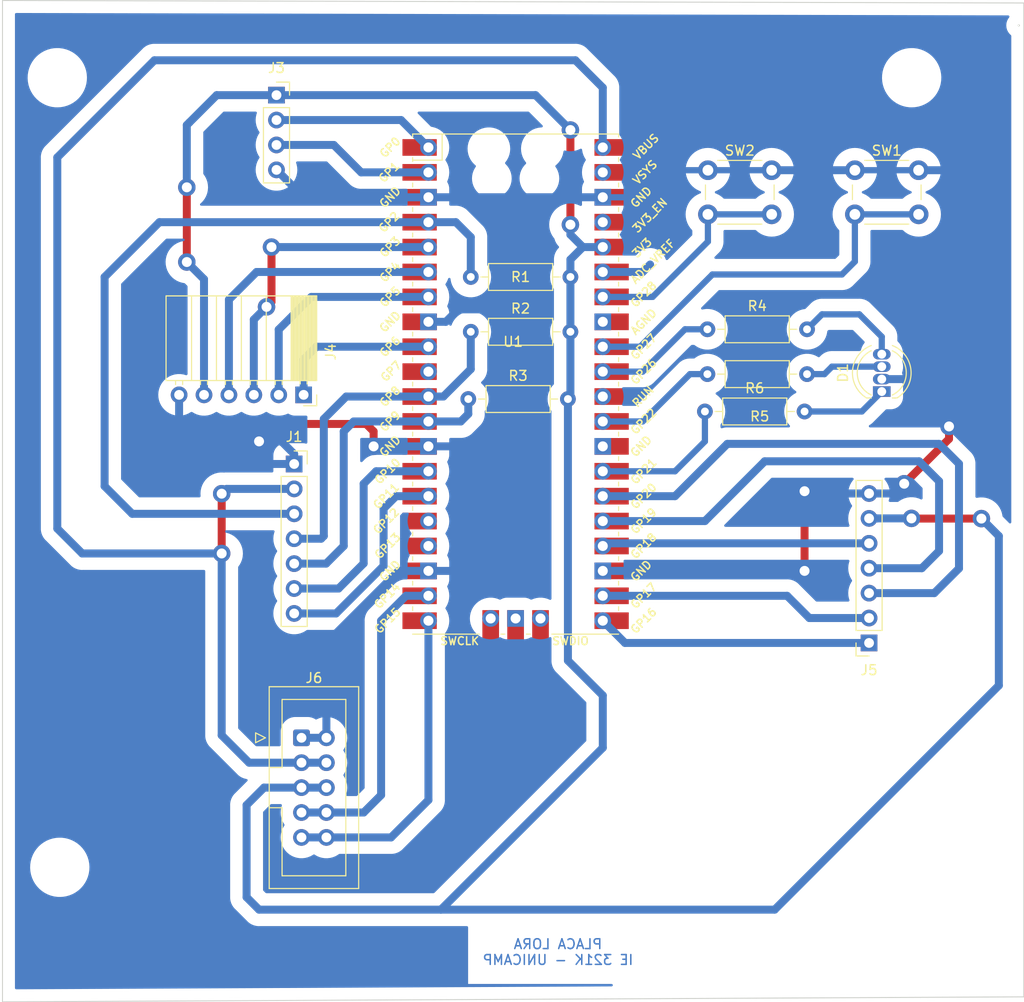
<source format=kicad_pcb>
(kicad_pcb (version 20211014) (generator pcbnew)
  (layers (0 "F.Cu" signal) (31 "B.Cu" signal) (34 "B.Paste" user) (35 "F.Paste" user) (36 "B.SilkS" user "B.Silkscreen") (37 "F.SilkS" user "F.Silkscreen") (38 "B.Mask" user) (39 "F.Mask" user) (44 "Edge.Cuts" user))
  (net 0 "")
  (net 1 "GND")
  (net 2 "VBUS")
  (net 3 "GP2")
  (net 4 "GP7")
  (net 5 "GP8")
  (net 6 "GP11")
  (net 7 "GP10")
  (net 8 "GP14")
  (net 9 "GP15")
  (net 10 "3.3V")
  (net 11 "GP0")
  (net 12 "GP1")
  (net 13 "GP4")
  (net 14 "GP3")
  (net 15 "GP5")
  (net 16 "GP6")
  (net 17 "GP18")
  (net 18 "GP19")
  (net 19 "GP20")
  (net 20 "GP17")
  (net 21 "GP16")
  (net 22 "GP26")
  (net 23 "GP22")
  (net 24 "GP21")
  (net 25 "GP9")
  (net 26 "GP13")
  (net 30 "unconnected-(U1-Pad35)")
  (net 36 "Net-(D1-Pad1)")
  (net 37 "Net-(D1-Pad4)")
  (net 38 "Net-(D1-Pad3)")
  (net 39 "GP27")
  (net 40 "GP28")
  (net 41 "GP12")
  (footprint "Resistor_THT:R_Axial_DIN0207_L6.3mm_D2.5mm_P10.16mm_Horizontal" (layer "F.Cu") (at 158.496 73.406)
    (fp_text reference "R6" (at 5.08 -2.37) (layer "F.SilkS"))
    (fp_text value "220R")
    (pad "1" thru_hole circle (at 0 0) (size 1.6 1.6) (drill 0.8) (layers *.Cu *.Mask) (net 24 "GP21"))
    (pad "2" thru_hole oval (at 10.16 0) (size 1.6 1.6) (drill 0.8) (layers *.Cu *.Mask) (net 36 "Net-(D1-Pad1)"))
  )
  (footprint "Connector_PinSocket_2.54mm:PinSocket_1x04_P2.54mm_Vertical" (layer "F.Cu") (at 114.808 41.148)
    (fp_text reference "J3" (at 0 -2.77) (layer "F.SilkS"))
    (fp_text value "Conn_01x04_Female")
    (pad "1" thru_hole rect (at 0 0) (size 1.7 1.7) (drill 1) (layers *.Cu *.Mask) (net 10 "3.3V"))
    (pad "2" thru_hole oval (at 0 2.54) (size 1.7 1.7) (drill 1) (layers *.Cu *.Mask) (net 11 "GP0"))
    (pad "3" thru_hole oval (at 0 5.08) (size 1.7 1.7) (drill 1) (layers *.Cu *.Mask) (net 12 "GP1"))
    (pad "4" thru_hole oval (at 0 7.62) (size 1.7 1.7) (drill 1) (layers *.Cu *.Mask) (net 1 "GND"))
  )
  (footprint "Resistor_THT:R_Axial_DIN0207_L6.3mm_D2.5mm_P10.16mm_Horizontal" (layer "F.Cu") (at 158.75 69.596)
    (fp_text reference "R5" (at 5.334 4.318) (layer "F.SilkS"))
    (fp_text value "220R")
    (pad "1" thru_hole circle (at 0 0) (size 1.6 1.6) (drill 0.8) (layers *.Cu *.Mask) (net 23 "GP22"))
    (pad "2" thru_hole oval (at 10.16 0) (size 1.6 1.6) (drill 0.8) (layers *.Cu *.Mask) (net 38 "Net-(D1-Pad3)"))
  )
  (footprint "Connector_PinSocket_2.54mm:PinSocket_1x06_P2.54mm_Horizontal" (layer "F.Cu") (at 117.577006 71.709991 -90)
    (fp_text reference "J4" (at -4.38 -2.77 90) (layer "F.SilkS"))
    (fp_text value "Conn_01x06_Female")
    (pad "1" thru_hole rect (at 0 0 270) (size 1.7 1.7) (drill 1) (layers *.Cu *.Mask) (net 16 "GP6"))
    (pad "2" thru_hole oval (at 0 2.54 270) (size 1.7 1.7) (drill 1) (layers *.Cu *.Mask) (net 15 "GP5"))
    (pad "3" thru_hole oval (at 0 5.08 270) (size 1.7 1.7) (drill 1) (layers *.Cu *.Mask) (net 14 "GP3"))
    (pad "4" thru_hole oval (at 0 7.62 270) (size 1.7 1.7) (drill 1) (layers *.Cu *.Mask) (net 13 "GP4"))
    (pad "5" thru_hole oval (at 0 10.16 270) (size 1.7 1.7) (drill 1) (layers *.Cu *.Mask) (net 10 "3.3V"))
    (pad "6" thru_hole oval (at 0 12.7 270) (size 1.7 1.7) (drill 1) (layers *.Cu *.Mask) (net 1 "GND"))
  )
  (footprint "MountingHole:MountingHole_3.5mm" (layer "F.Cu") (at 92.71 119.888)
    (fp_text reference "REF**" hide)
    (fp_text value "MountingHole_3.5mm" hide)
    (pad "" np_thru_hole circle (at 0 0) (size 3.5 3.5) (drill 3.5) (layers *.Cu *.Mask))
  )
  (footprint "Connector_IDC:IDC-Header_2x05_P2.54mm_Vertical" (layer "F.Cu") (at 117.3575 106.68)
    (fp_text reference "J6" (at 1.27 -6.1) (layer "F.SilkS"))
    (fp_text value "Conn_02x05_Counter_Clockwise")
    (pad "1" thru_hole roundrect (at 0 0) (size 1.7 1.7) (drill 1) (layers *.Cu *.Mask) (roundrect_rratio 0.1470588235) (net 1 "GND"))
    (pad "2" thru_hole circle (at 2.54 0) (size 1.7 1.7) (drill 1) (layers *.Cu *.Mask) (net 1 "GND"))
    (pad "3" thru_hole circle (at 0 2.54) (size 1.7 1.7) (drill 1) (layers *.Cu *.Mask) (net 2 "VBUS"))
    (pad "4" thru_hole circle (at 2.54 2.54) (size 1.7 1.7) (drill 1) (layers *.Cu *.Mask) (net 2 "VBUS"))
    (pad "5" thru_hole circle (at 0 5.08) (size 1.7 1.7) (drill 1) (layers *.Cu *.Mask) (net 10 "3.3V"))
    (pad "6" thru_hole circle (at 2.54 5.08) (size 1.7 1.7) (drill 1) (layers *.Cu *.Mask) (net 10 "3.3V"))
    (pad "7" thru_hole circle (at 0 7.62) (size 1.7 1.7) (drill 1) (layers *.Cu *.Mask) (net 8 "GP14"))
    (pad "8" thru_hole circle (at 2.54 7.62) (size 1.7 1.7) (drill 1) (layers *.Cu *.Mask) (net 8 "GP14"))
    (pad "9" thru_hole circle (at 0 10.16) (size 1.7 1.7) (drill 1) (layers *.Cu *.Mask) (net 9 "GP15"))
    (pad "10" thru_hole circle (at 2.54 10.16) (size 1.7 1.7) (drill 1) (layers *.Cu *.Mask) (net 9 "GP15"))
  )
  (footprint "Resistor_THT:R_Axial_DIN0207_L6.3mm_D2.5mm_P10.16mm_Horizontal" (layer "F.Cu") (at 158.75 65.024)
    (fp_text reference "R4" (at 5.08 -2.37) (layer "F.SilkS"))
    (fp_text value "220R")
    (pad "1" thru_hole circle (at 0 0) (size 1.6 1.6) (drill 0.8) (layers *.Cu *.Mask) (net 22 "GP26"))
    (pad "2" thru_hole oval (at 10.16 0) (size 1.6 1.6) (drill 0.8) (layers *.Cu *.Mask) (net 37 "Net-(D1-Pad4)"))
  )
  (footprint "Connector_PinSocket_2.54mm:PinSocket_1x07_P2.54mm_Vertical" (layer "F.Cu") (at 116.610994 78.75999)
    (fp_text reference "J1" (at 0 -2.77) (layer "F.SilkS"))
    (fp_text value "Conn_01x07_Female")
    (pad "1" thru_hole rect (at 0 0) (size 1.7 1.7) (drill 1) (layers *.Cu *.Mask) (net 1 "GND"))
    (pad "2" thru_hole oval (at 0 2.54) (size 1.7 1.7) (drill 1) (layers *.Cu *.Mask) (net 2 "VBUS"))
    (pad "3" thru_hole oval (at 0 5.08) (size 1.7 1.7) (drill 1) (layers *.Cu *.Mask) (net 3 "GP2"))
    (pad "4" thru_hole oval (at 0 7.62) (size 1.7 1.7) (drill 1) (layers *.Cu *.Mask) (net 5 "GP8"))
    (pad "5" thru_hole oval (at 0 10.16) (size 1.7 1.7) (drill 1) (layers *.Cu *.Mask) (net 25 "GP9"))
    (pad "6" thru_hole oval (at 0 12.7) (size 1.7 1.7) (drill 1) (layers *.Cu *.Mask) (net 7 "GP10"))
    (pad "7" thru_hole oval (at 0 15.24) (size 1.7 1.7) (drill 1) (layers *.Cu *.Mask) (net 6 "GP11"))
  )
  (footprint "MountingHole:MountingHole_3.5mm" (layer "F.Cu") (at 92.456 39.37)
    (fp_text reference "REF**" hide)
    (fp_text value "MountingHole_3.5mm" hide)
    (pad "" np_thru_hole circle (at 0 0) (size 3.5 3.5) (drill 3.5) (layers *.Cu *.Mask))
  )
  (footprint "Button_Switch_THT:SW_PUSH_6mm" (layer "F.Cu") (at 158.802 48.804)
    (fp_text reference "SW2" (at 3.25 -2) (layer "F.SilkS"))
    (fp_text value "SW_Push")
    (pad "1" thru_hole circle (at 6.5 0 90) (size 2 2) (drill 1.1) (layers *.Cu *.Mask) (net 1 "GND"))
    (pad "1" thru_hole circle (at 0 0 90) (size 2 2) (drill 1.1) (layers *.Cu *.Mask) (net 1 "GND"))
    (pad "2" thru_hole circle (at 0 4.5 90) (size 2 2) (drill 1.1) (layers *.Cu *.Mask) (net 40 "GP28"))
    (pad "2" thru_hole circle (at 6.5 4.5 90) (size 2 2) (drill 1.1) (layers *.Cu *.Mask) (net 40 "GP28"))
  )
  (footprint "LED_THT:LED_D5.0mm-4_RGB" (layer "F.Cu") (at 176.53 71.374 90)
    (fp_text reference "D1" (at 1.905 -3.96 90) (layer "F.SilkS"))
    (fp_text value "LED_RKBG")
    (pad "1" thru_hole rect (at 0 0 90) (size 1.07 1.8) (drill 0.9) (layers *.Cu *.Mask) (net 36 "Net-(D1-Pad1)"))
    (pad "2" thru_hole oval (at 1.27 0 90) (size 1.07 1.8) (drill 0.9) (layers *.Cu *.Mask) (net 1 "GND"))
    (pad "3" thru_hole oval (at 2.54 0 90) (size 1.07 1.8) (drill 0.9) (layers *.Cu *.Mask) (net 38 "Net-(D1-Pad3)"))
    (pad "4" thru_hole oval (at 3.81 0 90) (size 1.07 1.8) (drill 0.9) (layers *.Cu *.Mask) (net 37 "Net-(D1-Pad4)"))
  )
  (footprint "Resistor_THT:R_Axial_DIN0207_L6.3mm_D2.5mm_P10.16mm_Horizontal" (layer "F.Cu") (at 134.62 59.69)
    (fp_text reference "R1" (at 5.08 0) (layer "F.SilkS"))
    (fp_text value "10K" hide)
    (pad "1" thru_hole circle (at 0 0) (size 1.6 1.6) (drill 0.8) (layers *.Cu *.Mask) (net 3 "GP2"))
    (pad "2" thru_hole oval (at 10.16 0) (size 1.6 1.6) (drill 0.8) (layers *.Cu *.Mask) (net 10 "3.3V"))
  )
  (footprint "Resistor_THT:R_Axial_DIN0207_L6.3mm_D2.5mm_P10.16mm_Horizontal" (layer "F.Cu") (at 134.62 65.278)
    (fp_text reference "R2" (at 5.08 -2.37) (layer "F.SilkS"))
    (fp_text value "10K" hide)
    (pad "1" thru_hole circle (at 0 0) (size 1.6 1.6) (drill 0.8) (layers *.Cu *.Mask) (net 5 "GP8"))
    (pad "2" thru_hole oval (at 10.16 0) (size 1.6 1.6) (drill 0.8) (layers *.Cu *.Mask) (net 10 "3.3V"))
  )
  (footprint "MCU_RaspberryPi_and_Boards:RPi_Pico_SMD_TH" (layer "F.Cu") (at 139.192 70.612)
    (fp_text reference "U1" (at -0.254 -4.318) (layer "F.SilkS"))
    (fp_text value "Pico")
    (fp_text user "GND" (at -12.8 19.05 45) (layer "F.SilkS") (effects (font (size 0.8 0.8))))
    (fp_text user "GND" (at -12.8 6.35 45) (layer "F.SilkS") (effects (font (size 0.8 0.8))))
    (fp_text user "GP13" (at -13.054 16.51 45) (layer "F.SilkS") (effects (font (size 0.8 0.8))))
    (fp_text user "GP4" (at -12.8 -11.43 45) (layer "F.SilkS") (effects (font (size 0.8 0.8))))
    (fp_text user "GND" (at 12.8 19.05 45) (layer "F.SilkS") (effects (font (size 0.8 0.8))))
    (fp_text user "GND" (at -12.8 -6.35 45) (layer "F.SilkS") (effects (font (size 0.8 0.8))))
    (fp_text user "GP22" (at 13.054 3.81 45) (layer "F.SilkS") (effects (font (size 0.8 0.8))))
    (fp_text user "ADC_VREF" (at 14 -12.5 45) (layer "F.SilkS") (effects (font (size 0.8 0.8))))
    (fp_text user "GP19" (at 13.054 13.97 45) (layer "F.SilkS") (effects (font (size 0.8 0.8))))
    (fp_text user "GND" (at 12.8 -19.05 45) (layer "F.SilkS") (effects (font (size 0.8 0.8))))
    (fp_text user "GP26" (at 13.054 -1.27 45) (layer "F.SilkS") (effects (font (size 0.8 0.8))))
    (fp_text user "GP14" (at -13.1 21.59 45) (layer "F.SilkS") (effects (font (size 0.8 0.8))))
    (fp_text user "RUN" (at 13 1.27 45) (layer "F.SilkS") (effects (font (size 0.8 0.8))))
    (fp_text user "GP28" (at 13.054 -9.144 45) (layer "F.SilkS") (effects (font (size 0.8 0.8))))
    (fp_text user "GND" (at 12.8 6.35 45) (layer "F.SilkS") (effects (font (size 0.8 0.8))))
    (fp_text user "GP16" (at 13.054 24.13 45) (layer "F.SilkS") (effects (font (size 0.8 0.8))))
    (fp_text user "GP27" (at 13.054 -3.8 45) (layer "F.SilkS") (effects (font (size 0.8 0.8))))
    (fp_text user "GP0" (at -12.8 -24.13 45) (layer "F.SilkS") (effects (font (size 0.8 0.8))))
    (fp_text user "GND" (at -12.8 -19.05 45) (layer "F.SilkS") (effects (font (size 0.8 0.8))))
    (fp_text user "GP15" (at -13.054 24.13 45) (layer "F.SilkS") (effects (font (size 0.8 0.8))))
    (fp_text user "GP18" (at 13.054 16.51 45) (layer "F.SilkS") (effects (font (size 0.8 0.8))))
    (fp_text user "GP17" (at 13.054 21.59 45) (layer "F.SilkS") (effects (font (size 0.8 0.8))))
    (fp_text user "GP2" (at -12.9 -16.51 45) (layer "F.SilkS") (effects (font (size 0.8 0.8))))
    (fp_text user "GP7" (at -12.7 -1.3 45) (layer "F.SilkS") (effects (font (size 0.8 0.8))))
    (fp_text user "GP3" (at -12.8 -13.97 45) (layer "F.SilkS") (effects (font (size 0.8 0.8))))
    (fp_text user "GP9" (at -12.8 3.81 45) (layer "F.SilkS") (effects (font (size 0.8 0.8))))
    (fp_text user "VSYS" (at 13.2 -21.59 45) (layer "F.SilkS") (effects (font (size 0.8 0.8))))
    (fp_text user "3V3" (at 12.9 -13.9 45) (layer "F.SilkS") (effects (font (size 0.8 0.8))))
    (fp_text user "VBUS" (at 13.3 -24.2 45) (layer "F.SilkS") (effects (font (size 0.8 0.8))))
    (fp_text user "GP20" (at 13.054 11.43 45) (layer "F.SilkS") (effects (font (size 0.8 0.8))))
    (fp_text user "SWDIO" (at 5.6 26.2) (layer "F.SilkS") (effects (font (size 0.8 0.8))))
    (fp_text user "GP11" (at -13.2 11.43 45) (layer "F.SilkS") (effects (font (size 0.8 0.8))))
    (fp_text user "GP8" (at -12.8 1.27 45) (layer "F.SilkS") (effects (font (size 0.8 0.8))))
    (fp_text user "SWCLK" (at -5.7 26.2) (layer "F.SilkS") (effects (font (size 0.8 0.8))))
    (fp_text user "GP21" (at 13.054 8.9 45) (layer "F.SilkS") (effects (font (size 0.8 0.8))))
    (fp_text user "GP12" (at -13.2 13.97 45) (layer "F.SilkS") (effects (font (size 0.8 0.8))))
    (fp_text user "GP5" (at -12.8 -8.89 45) (layer "F.SilkS") (effects (font (size 0.8 0.8))))
    (fp_text user "GP6" (at -12.8 -3.81 45) (layer "F.SilkS") (effects (font (size 0.8 0.8))))
    (fp_text user "GP1" (at -12.9 -21.6 45) (layer "F.SilkS") (effects (font (size 0.8 0.8))))
    (fp_text user "3V3_EN" (at 13.7 -17.2 45) (layer "F.SilkS") (effects (font (size 0.8 0.8))))
    (fp_text user "AGND" (at 13.054 -6.35 45) (layer "F.SilkS") (effects (font (size 0.8 0.8))))
    (fp_text user "GP10" (at -13.054 8.89 45) (layer "F.SilkS") (effects (font (size 0.8 0.8))))
    (pad "" np_thru_hole oval (at 2.725 -24) (size 1.8 1.8) (drill 1.8) (layers *.Cu *.Mask))
    (pad "" np_thru_hole oval (at -2.725 -24) (size 1.8 1.8) (drill 1.8) (layers *.Cu *.Mask))
    (pad "" np_thru_hole oval (at -2.425 -20.97) (size 1.5 1.5) (drill 1.5) (layers *.Cu *.Mask))
    (pad "" np_thru_hole oval (at 2.425 -20.97) (size 1.5 1.5) (drill 1.5) (layers *.Cu *.Mask))
    (pad "1" thru_hole oval (at -8.89 -24.13) (size 1.7 1.7) (drill 1.02) (layers *.Cu *.Mask) (net 11 "GP0"))
    (pad "1" smd rect (at -8.89 -24.13) (size 3.5 1.7) (drill (offset -0.9 0)) (layers "F.Cu" "F.Mask") (net 11 "GP0"))
    (pad "2" smd rect (at -8.89 -21.59) (size 3.5 1.7) (drill (offset -0.9 0)) (layers "F.Cu" "F.Mask") (net 12 "GP1"))
    (pad "2" thru_hole oval (at -8.89 -21.59) (size 1.7 1.7) (drill 1.02) (layers *.Cu *.Mask) (net 12 "GP1"))
    (pad "3" thru_hole rect (at -8.89 -19.05) (size 1.7 1.7) (drill 1.02) (layers *.Cu *.Mask) (net 1 "GND"))
    (pad "3" smd rect (at -8.89 -19.05) (size 3.5 1.7) (drill (offset -0.9 0)) (layers "F.Cu" "F.Mask") (net 1 "GND"))
    (pad "4" smd rect (at -8.89 -16.51) (size 3.5 1.7) (drill (offset -0.9 0)) (layers "F.Cu" "F.Mask") (net 3 "GP2"))
    (pad "4" thru_hole oval (at -8.89 -16.51) (size 1.7 1.7) (drill 1.02) (layers *.Cu *.Mask) (net 3 "GP2"))
    (pad "5" smd rect (at -8.89 -13.97) (size 3.5 1.7) (drill (offset -0.9 0)) (layers "F.Cu" "F.Mask") (net 14 "GP3"))
    (pad "5" thru_hole oval (at -8.89 -13.97) (size 1.7 1.7) (drill 1.02) (layers *.Cu *.Mask) (net 14 "GP3"))
    (pad "6" thru_hole oval (at -8.89 -11.43) (size 1.7 1.7) (drill 1.02) (layers *.Cu *.Mask) (net 13 "GP4"))
    (pad "6" smd rect (at -8.89 -11.43) (size 3.5 1.7) (drill (offset -0.9 0)) (layers "F.Cu" "F.Mask") (net 13 "GP4"))
    (pad "7" thru_hole oval (at -8.89 -8.89) (size 1.7 1.7) (drill 1.02) (layers *.Cu *.Mask) (net 15 "GP5"))
    (pad "7" smd rect (at -8.89 -8.89) (size 3.5 1.7) (drill (offset -0.9 0)) (layers "F.Cu" "F.Mask") (net 15 "GP5"))
    (pad "8" smd rect (at -8.89 -6.35) (size 3.5 1.7) (drill (offset -0.9 0)) (layers "F.Cu" "F.Mask") (net 1 "GND"))
    (pad "8" thru_hole rect (at -8.89 -6.35) (size 1.7 1.7) (drill 1.02) (layers *.Cu *.Mask) (net 1 "GND"))
    (pad "9" smd rect (at -8.89 -3.81) (size 3.5 1.7) (drill (offset -0.9 0)) (layers "F.Cu" "F.Mask") (net 16 "GP6"))
    (pad "9" thru_hole oval (at -8.89 -3.81) (size 1.7 1.7) (drill 1.02) (layers *.Cu *.Mask) (net 16 "GP6"))
    (pad "10" thru_hole oval (at -8.89 -1.27) (size 1.7 1.7) (drill 1.02) (layers *.Cu *.Mask) (net 4 "GP7"))
    (pad "10" smd rect (at -8.89 -1.27) (size 3.5 1.7) (drill (offset -0.9 0)) (layers "F.Cu" "F.Mask") (net 4 "GP7"))
    (pad "11" smd rect (at -8.89 1.27) (size 3.5 1.7) (drill (offset -0.9 0)) (layers "F.Cu" "F.Mask") (net 5 "GP8"))
    (pad "11" thru_hole oval (at -8.89 1.27) (size 1.7 1.7) (drill 1.02) (layers *.Cu *.Mask) (net 5 "GP8"))
    (pad "12" thru_hole oval (at -8.89 3.81) (size 1.7 1.7) (drill 1.02) (layers *.Cu *.Mask) (net 25 "GP9"))
    (pad "12" smd rect (at -8.89 3.81) (size 3.5 1.7) (drill (offset -0.9 0)) (layers "F.Cu" "F.Mask") (net 25 "GP9"))
    (pad "13" thru_hole rect (at -8.89 6.35) (size 1.7 1.7) (drill 1.02) (layers *.Cu *.Mask) (net 1 "GND"))
    (pad "13" smd rect (at -8.89 6.35) (size 3.5 1.7) (drill (offset -0.9 0)) (layers "F.Cu" "F.Mask") (net 1 "GND"))
    (pad "14" smd rect (at -8.89 8.89) (size 3.5 1.7) (drill (offset -0.9 0)) (layers "F.Cu" "F.Mask") (net 7 "GP10"))
    (pad "14" thru_hole oval (at -8.89 8.89) (size 1.7 1.7) (drill 1.02) (layers *.Cu *.Mask) (net 7 "GP10"))
    (pad "15" thru_hole oval (at -8.89 11.43) (size 1.7 1.7) (drill 1.02) (layers *.Cu *.Mask) (net 6 "GP11"))
    (pad "15" smd rect (at -8.89 11.43) (size 3.5 1.7) (drill (offset -0.9 0)) (layers "F.Cu" "F.Mask") (net 6 "GP11"))
    (pad "16" thru_hole oval (at -8.89 13.97) (size 1.7 1.7) (drill 1.02) (layers *.Cu *.Mask) (net 41 "GP12"))
    (pad "16" smd rect (at -8.89 13.97) (size 3.5 1.7) (drill (offset -0.9 0)) (layers "F.Cu" "F.Mask") (net 41 "GP12"))
    (pad "17" smd rect (at -8.89 16.51) (size 3.5 1.7) (drill (offset -0.9 0)) (layers "F.Cu" "F.Mask") (net 26 "GP13"))
    (pad "17" thru_hole oval (at -8.89 16.51) (size 1.7 1.7) (drill 1.02) (layers *.Cu *.Mask) (net 26 "GP13"))
    (pad "18" smd rect (at -8.89 19.05) (size 3.5 1.7) (drill (offset -0.9 0)) (layers "F.Cu" "F.Mask") (net 1 "GND"))
    (pad "18" thru_hole rect (at -8.89 19.05) (size 1.7 1.7) (drill 1.02) (layers *.Cu *.Mask) (net 1 "GND"))
    (pad "19" thru_hole oval (at -8.89 21.59) (size 1.7 1.7) (drill 1.02) (layers *.Cu *.Mask) (net 8 "GP14"))
    (pad "19" smd rect (at -8.89 21.59) (size 3.5 1.7) (drill (offset -0.9 0)) (layers "F.Cu" "F.Mask") (net 8 "GP14"))
    (pad "20" smd rect (at -8.89 24.13) (size 3.5 1.7) (drill (offset -0.9 0)) (layers "F.Cu" "F.Mask") (net 9 "GP15"))
    (pad "20" thru_hole oval (at -8.89 24.13) (size 1.7 1.7) (drill 1.02) (layers *.Cu *.Mask) (net 9 "GP15"))
    (pad "21" thru_hole oval (at 8.89 24.13) (size 1.7 1.7) (drill 1.02) (layers *.Cu *.Mask) (net 21 "GP16"))
    (pad "21" smd rect (at 8.89 24.13) (size 3.5 1.7) (drill (offset 0.9 0)) (layers "F.Cu" "F.Mask") (net 21 "GP16"))
    (pad "22" thru_hole oval (at 8.89 21.59) (size 1.7 1.7) (drill 1.02) (layers *.Cu *.Mask) (net 20 "GP17"))
    (pad "22" smd rect (at 8.89 21.59) (size 3.5 1.7) (drill (offset 0.9 0)) (layers "F.Cu" "F.Mask") (net 20 "GP17"))
    (pad "23" thru_hole rect (at 8.89 19.05) (size 1.7 1.7) (drill 1.02) (layers *.Cu *.Mask) (net 1 "GND"))
    (pad "23" smd rect (at 8.89 19.05) (size 3.5 1.7) (drill (offset 0.9 0)) (layers "F.Cu" "F.Mask") (net 1 "GND"))
    (pad "24" thru_hole oval (at 8.89 16.51) (size 1.7 1.7) (drill 1.02) (layers *.Cu *.Mask) (net 17 "GP18"))
    (pad "24" smd rect (at 8.89 16.51) (size 3.5 1.7) (drill (offset 0.9 0)) (layers "F.Cu" "F.Mask") (net 17 "GP18"))
    (pad "25" thru_hole oval (at 8.89 13.97) (size 1.7 1.7) (drill 1.02) (layers *.Cu *.Mask) (net 18 "GP19"))
    (pad "25" smd rect (at 8.89 13.97) (size 3.5 1.7) (drill (offset 0.9 0)) (layers "F.Cu" "F.Mask") (net 18 "GP19"))
    (pad "26" thru_hole oval (at 8.89 11.43) (size 1.7 1.7) (drill 1.02) (layers *.Cu *.Mask) (net 19 "GP20"))
    (pad "26" smd rect (at 8.89 11.43) (size 3.5 1.7) (drill (offset 0.9 0)) (layers "F.Cu" "F.Mask") (net 19 "GP20"))
    (pad "27" smd rect (at 8.89 8.89) (size 3.5 1.7) (drill (offset 0.9 0)) (layers "F.Cu" "F.Mask") (net 24 "GP21"))
    (pad "27" thru_hole oval (at 8.89 8.89) (size 1.7 1.7) (drill 1.02) (layers *.Cu *.Mask) (net 24 "GP21"))
    (pad "28" thru_hole rect (at 8.89 6.35) (size 1.7 1.7) (drill 1.02) (layers *.Cu *.Mask))
    (pad "28" smd rect (at 8.89 6.35) (size 3.5 1.7) (drill (offset 0.9 0)) (layers "F.Cu" "F.Mask"))
    (pad "29" thru_hole oval (at 8.89 3.81) (size 1.7 1.7) (drill 1.02) (layers *.Cu *.Mask) (net 23 "GP22"))
    (pad "29" smd rect (at 8.89 3.81) (size 3.5 1.7) (drill (offset 0.9 0)) (layers "F.Cu" "F.Mask") (net 23 "GP22"))
    (pad "30" thru_hole oval (at 8.89 1.27) (size 1.7 1.7) (drill 1.02) (layers *.Cu *.Mask))
    (pad "30" smd rect (at 8.89 1.27) (size 3.5 1.7) (drill (offset 0.9 0)) (layers "F.Cu" "F.Mask"))
    (pad "31" smd rect (at 8.89 -1.27) (size 3.5 1.7) (drill (offset 0.9 0)) (layers "F.Cu" "F.Mask") (net 22 "GP26"))
    (pad "31" thru_hole oval (at 8.89 -1.27) (size 1.7 1.7) (drill 1.02) (layers *.Cu *.Mask) (net 22 "GP26"))
    (pad "32" smd rect (at 8.89 -3.81) (size 3.5 1.7) (drill (offset 0.9 0)) (layers "F.Cu" "F.Mask") (net 39 "GP27"))
    (pad "32" thru_hole oval (at 8.89 -3.81) (size 1.7 1.7) (drill 1.02) (layers *.Cu *.Mask) (net 39 "GP27"))
    (pad "33" smd rect (at 8.89 -6.35) (size 3.5 1.7) (drill (offset 0.9 0)) (layers "F.Cu" "F.Mask"))
    (pad "33" thru_hole rect (at 8.89 -6.35) (size 1.7 1.7) (drill 1.02) (layers *.Cu *.Mask))
    (pad "34" thru_hole oval (at 8.89 -8.89) (size 1.7 1.7) (drill 1.02) (layers *.Cu *.Mask) (net 40 "GP28"))
    (pad "34" smd rect (at 8.89 -8.89) (size 3.5 1.7) (drill (offset 0.9 0)) (layers "F.Cu" "F.Mask") (net 40 "GP28"))
    (pad "35" smd rect (at 8.89 -11.43) (size 3.5 1.7) (drill (offset 0.9 0)) (layers "F.Cu" "F.Mask") (net 30 "unconnected-(U1-Pad35)"))
    (pad "35" thru_hole oval (at 8.89 -11.43) (size 1.7 1.7) (drill 1.02) (layers *.Cu *.Mask) (net 30 "unconnected-(U1-Pad35)"))
    (pad "36" thru_hole oval (at 8.89 -13.97) (size 1.7 1.7) (drill 1.02) (layers *.Cu *.Mask) (net 10 "3.3V"))
    (pad "36" smd rect (at 8.89 -13.97) (size 3.5 1.7) (drill (offset 0.9 0)) (layers "F.Cu" "F.Mask") (net 10 "3.3V"))
    (pad "37" thru_hole oval (at 8.89 -16.51) (size 1.7 1.7) (drill 1.02) (layers *.Cu *.Mask))
    (pad "37" smd rect (at 8.89 -16.51) (size 3.5 1.7) (drill (offset 0.9 0)) (layers "F.Cu" "F.Mask"))
    (pad "38" thru_hole rect (at 8.89 -19.05) (size 1.7 1.7) (drill 1.02) (layers *.Cu *.Mask) (net 1 "GND"))
    (pad "38" smd rect (at 8.89 -19.05) (size 3.5 1.7) (drill (offset 0.9 0)) (layers "F.Cu" "F.Mask") (net 1 "GND"))
    (pad "39" smd rect (at 8.89 -21.59) (size 3.5 1.7) (drill (offset 0.9 0)) (layers "F.Cu" "F.Mask"))
    (pad "39" thru_hole oval (at 8.89 -21.59) (size 1.7 1.7) (drill 1.02) (layers *.Cu *.Mask))
    (pad "40" smd rect (at 8.89 -24.13) (size 3.5 1.7) (drill (offset 0.9 0)) (layers "F.Cu" "F.Mask") (net 2 "VBUS"))
    (pad "40" thru_hole oval (at 8.89 -24.13) (size 1.7 1.7) (drill 1.02) (layers *.Cu *.Mask) (net 2 "VBUS"))
    (pad "41" smd rect (at -2.54 23.9 90) (size 3.5 1.7) (drill (offset -0.9 0)) (layers "F.Cu" "F.Mask"))
    (pad "41" thru_hole oval (at -2.54 23.9) (size 1.7 1.7) (drill 1.02) (layers *.Cu *.Mask))
    (pad "42" thru_hole rect (at 0 23.9) (size 1.7 1.7) (drill 1.02) (layers *.Cu *.Mask))
    (pad "42" smd rect (at 0 23.9 90) (size 3.5 1.7) (drill (offset -0.9 0)) (layers "F.Cu" "F.Mask"))
    (pad "43" smd rect (at 2.54 23.9 90) (size 3.5 1.7) (drill (offset -0.9 0)) (layers "F.Cu" "F.Mask"))
    (pad "43" thru_hole oval (at 2.54 23.9) (size 1.7 1.7) (drill 1.02) (layers *.Cu *.Mask))
  )
  (footprint "Connector_PinSocket_2.54mm:PinSocket_1x07_P2.54mm_Vertical" (layer "F.Cu") (at 175.235006 97.00801 180)
    (fp_text reference "J5" (at 0 -2.77) (layer "F.SilkS"))
    (fp_text value "Conn_01x07_Female")
    (pad "1" thru_hole rect (at 0 0 180) (size 1.7 1.7) (drill 1) (layers *.Cu *.Mask) (net 21 "GP16"))
    (pad "2" thru_hole oval (at 0 2.54 180) (size 1.7 1.7) (drill 1) (layers *.Cu *.Mask) (net 20 "GP17"))
    (pad "3" thru_hole oval (at 0 5.08 180) (size 1.7 1.7) (drill 1) (layers *.Cu *.Mask) (net 19 "GP20"))
    (pad "4" thru_hole oval (at 0 7.62 180) (size 1.7 1.7) (drill 1) (layers *.Cu *.Mask) (net 18 "GP19"))
    (pad "5" thru_hole oval (at 0 10.16 180) (size 1.7 1.7) (drill 1) (layers *.Cu *.Mask) (net 17 "GP18"))
    (pad "6" thru_hole oval (at 0 12.7 180) (size 1.7 1.7) (drill 1) (layers *.Cu *.Mask) (net 10 "3.3V"))
    (pad "7" thru_hole oval (at 0 15.24 180) (size 1.7 1.7) (drill 1) (layers *.Cu *.Mask) (net 1 "GND"))
  )
  (footprint "Resistor_THT:R_Axial_DIN0207_L6.3mm_D2.5mm_P10.16mm_Horizontal" (layer "F.Cu") (at 134.366 72.136)
    (fp_text reference "R3" (at 5.08 -2.37) (layer "F.SilkS"))
    (fp_text value "10K" hide)
    (pad "1" thru_hole circle (at 0 0) (size 1.6 1.6) (drill 0.8) (layers *.Cu *.Mask) (net 25 "GP9"))
    (pad "2" thru_hole oval (at 10.16 0) (size 1.6 1.6) (drill 0.8) (layers *.Cu *.Mask) (net 10 "3.3V"))
  )
  (footprint "Button_Switch_THT:SW_PUSH_6mm" (layer "F.Cu") (at 173.788 48.804)
    (fp_text reference "SW1" (at 3.25 -2) (layer "F.SilkS"))
    (fp_text value "SW_Push")
    (pad "1" thru_hole circle (at 0 0 90) (size 2 2) (drill 1.1) (layers *.Cu *.Mask) (net 1 "GND"))
    (pad "1" thru_hole circle (at 6.5 0 90) (size 2 2) (drill 1.1) (layers *.Cu *.Mask) (net 1 "GND"))
    (pad "2" thru_hole circle (at 0 4.5 90) (size 2 2) (drill 1.1) (layers *.Cu *.Mask) (net 39 "GP27"))
    (pad "2" thru_hole circle (at 6.5 4.5 90) (size 2 2) (drill 1.1) (layers *.Cu *.Mask) (net 39 "GP27"))
  )
  (footprint "MountingHole:MountingHole_3.5mm" (layer "F.Cu") (at 179.578 39.37)
    (fp_text reference "REF**" hide)
    (fp_text value "MountingHole_3.5mm" hide)
    (pad "" np_thru_hole circle (at 0 0) (size 3.5 3.5) (drill 3.5) (layers *.Cu *.Mask))
  )
  (footprint "MountingHole:MountingHole_3.5mm" (layer "F.Cu") (at 180.086 120.142)
    (fp_text reference "REF**" hide)
    (fp_text value "MountingHole_3.5mm" hide)
    (pad "" np_thru_hole circle (at 0 0) (size 3.5 3.5) (drill 3.5) (layers *.Cu *.Mask))
  )
  (gr_line (start 86.868 31.496) (end 86.868 133.604) (layer "Edge.Cuts") (width 0.1))
  (gr_line (start 191.008 31.75) (end 86.868 31.496) (layer "Edge.Cuts") (width 0.1))
  (gr_line (start 86.868 133.604) (end 191.008 133.096) (layer "Edge.Cuts") (width 0.1))
  (gr_arc (start 190.5 34.036) (mid 190.5 34.036) (end 190.5 34.036) (layer "Edge.Cuts") (width 0.1))
  (gr_line (start 191.008 133.096) (end 191.008 31.75) (layer "Edge.Cuts") (width 0.1))
  (gr_arc (start 190.5 34.036) (mid 190.5 34.036) (end 190.5 34.036) (layer "Edge.Cuts") (width 0.1))
  (gr_arc (start 190.5 34.036) (mid 190.5 34.036) (end 190.5 34.036) (layer "Edge.Cuts") (width 0.1))
  (gr_text "PLACA LORA\nIE 321K - UNICAMP" (at 143.51 128.524) (layer "B.Cu") (effects (font (size 1 1)) (justify mirror)))
  (segment (start 113.03 75.946) (end 113.03 76.454) (width 0.8128) (layer "F.Cu") (net 1))
  (segment (start 124.714 75.438) (end 123.952 74.676) (width 0.8128) (layer "F.Cu") (net 1))
  (segment (start 178.816 80.772) (end 183.388 76.2) (width 0.8128) (layer "F.Cu") (net 1))
  (segment (start 124.714 76.962) (end 124.714 75.438) (width 0.8128) (layer "F.Cu") (net 1))
  (segment (start 114.3 74.676) (end 113.03 75.946) (width 0.8128) (layer "F.Cu") (net 1))
  (segment (start 168.656 89.662) (end 168.656 81.534) (width 0.8128) (layer "F.Cu") (net 1))
  (segment (start 183.388 76.2) (end 183.388 74.93) (width 0.8128) (layer "F.Cu") (net 1))
  (segment (start 123.952 74.676) (end 114.3 74.676) (width 0.8128) (layer "F.Cu") (net 1))
  (via (at 124.714 76.962) (size 1.778) (drill 1.016) (layers "F.Cu" "B.Cu") (net 1))
  (via (at 183.388 74.93) (size 1.778) (drill 1.016) (layers "F.Cu" "B.Cu") (net 1))
  (via (at 168.656 81.534) (size 1.778) (drill 1.016) (layers "F.Cu" "B.Cu") (net 1))
  (via (at 113.03 76.454) (size 1.778) (drill 1.016) (layers "F.Cu" "B.Cu") (net 1))
  (via (at 178.816 80.772) (size 1.778) (drill 1.016) (layers "F.Cu" "B.Cu") (net 1))
  (via (at 168.656 89.662) (size 1.778) (drill 1.016) (layers "F.Cu" "B.Cu") (net 1))
  (segment (start 156.174 48.804) (end 158.802 48.804) (width 0.635) (layer "B.Cu") (net 1))
  (segment (start 140.462 61.976) (end 140.462 53.594) (width 0.8128) (layer "B.Cu") (net 1))
  (segment (start 130.302 76.962) (end 124.714 76.962) (width 0.8128) (layer "B.Cu") (net 1))
  (segment (start 138.176 89.662) (end 140.462 87.376) (width 0.8128) (layer "B.Cu") (net 1))
  (segment (start 175.235006 81.76801) (end 178.07399 81.76801) (width 0.8128) (layer "B.Cu") (net 1))
  (segment (start 181.102 70.104) (end 183.388 72.39) (width 0.8128) (layer "B.Cu") (net 1))
  (segment (start 153.416 51.562) (end 156.174 48.804) (width 0.635) (layer "B.Cu") (net 1))
  (segment (start 184.912 70.866) (end 183.388 72.39) (width 0.8128) (layer "B.Cu") (net 1))
  (segment (start 130.302 51.562) (end 117.602 51.562) (width 0.8128) (layer "B.Cu") (net 1))
  (segment (start 138.43 51.562) (end 130.302 51.562) (width 0.8128) (layer "B.Cu") (net 1))
  (segment (start 176.53 70.104) (end 181.102 70.104) (width 0.8128) (layer "B.Cu") (net 1))
  (segment (start 116.610994 77.748994) (end 115.316 76.454) (width 0.8128) (layer "B.Cu") (net 1))
  (segment (start 108.47799 78.75999) (end 104.877012 75.159012) (width 0.8128) (layer "B.Cu") (net 1))
  (segment (start 132.08 64.262) (end 133.35 62.992) (width 0.8128) (layer "B.Cu") (net 1))
  (segment (start 168.89001 81.76801) (end 168.656 81.534) (width 0.8128) (layer "B.Cu") (net 1))
  (segment (start 104.877012 75.159012) (end 104.877012 71.709982) (width 0.8128) (layer "B.Cu") (net 1))
  (segment (start 173.787994 48.803992) (end 180.288006 48.803992) (width 0.635) (layer "B.Cu") (net 1))
  (segment (start 175.235006 81.76801) (end 168.89001 81.76801) (width 0.8128) (layer "B.Cu") (net 1))
  (segment (start 139.446 62.992) (end 140.462 61.976) (width 0.8128) (layer "B.Cu") (net 1))
  (segment (start 116.610994 78.75999) (end 116.610994 77.748994) (width 0.8128) (layer "B.Cu") (net 1))
  (segment (start 178.644124 81.28) (end 178.816 81.108124) (width 0.8128) (layer "B.Cu") (net 1))
  (segment (start 140.462 87.376) (end 140.462 61.976) (width 0.8128) (layer "B.Cu") (net 1))
  (segment (start 138.176 81.28) (end 138.176 89.662) (width 0.8128) (layer "B.Cu") (net 1))
  (segment (start 178.07399 81.76801) (end 178.562 81.28) (width 0.8128) (layer "B.Cu") (net 1))
  (segment (start 117.3575 106.68) (end 119.8975 106.68) (width 0.8128) (layer "B.Cu") (net 1))
  (segment (start 183.388 72.39) (end 183.388 74.93) (width 0.8128) (layer "B.Cu") (net 1))
  (segment (start 140.462 53.594) (end 138.43 51.562) (width 0.8128) (layer "B.Cu") (net 1))
  (segment (start 115.316 76.454) (end 113.03 76.454) (width 0.8128) (layer "B.Cu") (net 1))
  (segment (start 148.082 89.662) (end 168.656 89.662) (width 0.8128) (layer "B.Cu") (net 1))
  (segment (start 182.915992 48.803992) (end 184.912 50.8) (width 0.8128) (layer "B.Cu") (net 1))
  (segment (start 165.302 48.804) (end 173.788 48.804) (width 0.8128) (layer "B.Cu") (net 1))
  (segment (start 148.082 51.562) (end 153.416 51.562) (width 0.635) (layer "B.Cu") (net 1))
  (segment (start 127.254 89.662) (end 119.8975 97.0185) (width 0.8128) (layer "B.Cu") (net 1))
  (segment (start 116.610994 78.75999) (end 108.47799 78.75999) (width 0.8128) (layer "B.Cu") (net 1))
  (segment (start 130.302 64.262) (end 132.08 64.262) (width 0.8128) (layer "B.Cu") (net 1))
  (segment (start 133.35 62.992) (end 139.446 62.992) (width 0.8128) (layer "B.Cu") (net 1))
  (segment (start 130.302 89.662) (end 138.176 89.662) (width 0.8128) (layer "B.Cu") (net 1))
  (segment (start 184.912 50.8) (end 184.912 70.866) (width 0.8128) (layer "B.Cu") (net 1))
  (segment (start 158.802 48.804) (end 165.302 48.804) (width 0.635) (layer "B.Cu") (net 1))
  (segment (start 180.288006 48.803992) (end 182.915992 48.803992) (width 0.8128) (layer "B.Cu") (net 1))
  (segment (start 119.8975 97.0185) (end 119.8975 106.68) (width 0.8128) (layer "B.Cu") (net 1))
  (segment (start 178.816 81.108124) (end 178.816 80.772) (width 0.8128) (layer "B.Cu") (net 1))
  (segment (start 130.302 76.962) (end 133.858 76.962) (width 0.8128) (layer "B.Cu") (net 1))
  (segment (start 130.302 89.662) (end 127.254 89.662) (width 0.8128) (layer "B.Cu") (net 1))
  (segment (start 178.562 81.28) (end 178.644124 81.28) (width 0.8128) (layer "B.Cu") (net 1))
  (segment (start 133.858 76.962) (end 138.176 81.28) (width 0.8128) (layer "B.Cu") (net 1))
  (segment (start 148.082 51.562) (end 138.43 51.562) (width 0.8128) (layer "B.Cu") (net 1))
  (segment (start 117.602 51.562) (end 114.808 48.768) (width 0.8128) (layer "B.Cu") (net 1))
  (segment (start 109.22 87.884) (end 109.22 81.788) (width 0.8128) (layer "F.Cu") (net 2))
  (via (at 109.22 87.884) (size 1.778) (drill 1.016) (layers "F.Cu" "B.Cu") (net 2))
  (via (at 109.22 81.788) (size 1.778) (drill 1.016) (layers "F.Cu" "B.Cu") (net 2))
  (segment (start 116.611 81.3) (end 109.708 81.3) (width 0.8128) (layer "B.Cu") (net 2))
  (segment (start 94.996 87.884) (end 109.22 87.884) (width 0.8128) (layer "B.Cu") (net 2))
  (segment (start 148.082 46.482) (end 148.082 40.386) (width 0.8128) (layer "B.Cu") (net 2))
  (segment (start 117.3575 109.22) (end 119.8975 109.22) (width 0.8128) (layer "B.Cu") (net 2))
  (segment (start 92.456 85.344) (end 94.996 87.884) (width 0.8128) (layer "B.Cu") (net 2))
  (segment (start 92.456 47.498) (end 92.456 85.344) (width 0.8128) (layer "B.Cu") (net 2))
  (segment (start 109.708 81.3) (end 109.22 81.788) (width 0.8128) (layer "B.Cu") (net 2))
  (segment (start 112.014 109.22) (end 109.22 106.426) (width 0.8128) (layer "B.Cu") (net 2))
  (segment (start 102.362 37.592) (end 92.456 47.498) (width 0.8128) (layer "B.Cu") (net 2))
  (segment (start 148.082 40.386) (end 145.288 37.592) (width 0.8128) (layer "B.Cu") (net 2))
  (segment (start 117.3575 109.22) (end 112.014 109.22) (width 0.8128) (layer "B.Cu") (net 2))
  (segment (start 109.22 106.426) (end 109.22 87.884) (width 0.8128) (layer "B.Cu") (net 2))
  (segment (start 145.288 37.592) (end 102.362 37.592) (width 0.8128) (layer "B.Cu") (net 2))
  (segment (start 134.62 55.626) (end 133.096 54.102) (width 0.8128) (layer "B.Cu") (net 3))
  (segment (start 102.87 54.102) (end 97.282 59.69) (width 0.8128) (layer "B.Cu") (net 3))
  (segment (start 134.62 59.69) (end 134.62 55.626) (width 0.8128) (layer "B.Cu") (net 3))
  (segment (start 97.282 59.69) (end 97.282 81.026) (width 0.8128) (layer "B.Cu") (net 3))
  (segment (start 97.282 81.026) (end 100.096 83.84) (width 0.8128) (layer "B.Cu") (net 3))
  (segment (start 130.302 54.102) (end 102.87 54.102) (width 0.8128) (layer "B.Cu") (net 3))
  (segment (start 133.096 54.102) (end 130.302 54.102) (width 0.8128) (layer "B.Cu") (net 3))
  (segment (start 100.096 83.84) (end 116.611 83.84) (width 0.8128) (layer "B.Cu") (net 3))
  (segment (start 121.92 71.882) (end 119.634 74.168) (width 0.8128) (layer "B.Cu") (net 5))
  (segment (start 131.826 71.882) (end 134.62 69.088) (width 0.8128) (layer "B.Cu") (net 5))
  (segment (start 119.634 86.106) (end 119.36 86.38) (width 0.8128) (layer "B.Cu") (net 5))
  (segment (start 119.634 74.168) (end 119.634 86.106) (width 0.8128) (layer "B.Cu") (net 5))
  (segment (start 130.302 71.882) (end 131.826 71.882) (width 0.8128) (layer "B.Cu") (net 5))
  (segment (start 119.36 86.38) (end 116.611 86.38) (width 0.8128) (layer "B.Cu") (net 5))
  (segment (start 134.62 69.088) (end 134.62 65.278) (width 0.8128) (layer "B.Cu") (net 5))
  (segment (start 130.302 71.882) (end 121.92 71.882) (width 0.8128) (layer "B.Cu") (net 5))
  (segment (start 116.610994 93.99999) (end 120.88401 93.99999) (width 0.8128) (layer "B.Cu") (net 6))
  (segment (start 127 82.042) (end 130.302 82.042) (width 0.8128) (layer "B.Cu") (net 6))
  (segment (start 125.73 89.154) (end 125.73 83.312) (width 0.8128) (layer "B.Cu") (net 6))
  (segment (start 120.88401 93.99999) (end 125.73 89.154) (width 0.8128) (layer "B.Cu") (net 6))
  (segment (start 125.73 83.312) (end 127 82.042) (width 0.8128) (layer "B.Cu") (net 6))
  (segment (start 121.138 91.46) (end 123.698 88.9) (width 0.8128) (layer "B.Cu") (net 7))
  (segment (start 123.698 88.9) (end 123.698 80.772) (width 0.8128) (layer "B.Cu") (net 7))
  (segment (start 123.698 80.772) (end 124.968 79.502) (width 0.8128) (layer "B.Cu") (net 7))
  (segment (start 124.968 79.502) (end 130.302 79.502) (width 0.8128) (layer "B.Cu") (net 7))
  (segment (start 116.611 91.46) (end 121.138 91.46) (width 0.8128) (layer "B.Cu") (net 7))
  (segment (start 125.476 112.522) (end 123.698 114.3) (width 0.8128) (layer "B.Cu") (net 8))
  (segment (start 125.476 94.742) (end 125.476 112.522) (width 0.8128) (layer "B.Cu") (net 8))
  (segment (start 119.8975 114.3) (end 117.3575 114.3) (width 0.8128) (layer "B.Cu") (net 8))
  (segment (start 130.302 92.202) (end 128.016 92.202) (width 0.8128) (layer "B.Cu") (net 8))
  (segment (start 128.016 92.202) (end 125.476 94.742) (width 0.8128) (layer "B.Cu") (net 8))
  (segment (start 123.698 114.3) (end 119.8975 114.3) (width 0.8128) (layer "B.Cu") (net 8))
  (segment (start 119.8975 116.84) (end 117.3575 116.84) (width 0.8128) (layer "B.Cu") (net 9))
  (segment (start 130.302 94.742) (end 130.302 113.03) (width 0.8128) (layer "B.Cu") (net 9))
  (segment (start 126.492 116.84) (end 119.8975 116.84) (width 0.8128) (layer "B.Cu") (net 9))
  (segment (start 130.302 113.03) (end 126.492 116.84) (width 0.8128) (layer "B.Cu") (net 9))
  (segment (start 144.78 54.356) (end 144.78 44.704) (width 0.8128) (layer "F.Cu") (net 10))
  (segment (start 179.558 84.308) (end 179.578 84.328) (width 0.8128) (layer "F.Cu") (net 10))
  (segment (start 179.578 84.328) (end 186.69 84.328) (width 0.8128) (layer "F.Cu") (net 10))
  (segment (start 105.664 50.546) (end 105.664 58.166) (width 0.8128) (layer "F.Cu") (net 10))
  (segment (start 179.55801 84.30801) (end 179.578 84.328) (width 0.8128) (layer "F.Cu") (net 10))
  (via (at 105.664 58.166) (size 1.778) (drill 1.016) (layers "F.Cu" "B.Cu") (net 10))
  (via (at 179.55801 84.30801) (size 1.778) (drill 1.016) (layers "F.Cu" "B.Cu") (net 10))
  (via (at 105.664 50.546) (size 1.778) (drill 1.016) (layers "F.Cu" "B.Cu") (net 10))
  (via (at 186.69 84.328) (size 1.778) (drill 1.016) (layers "F.Cu" "B.Cu") (net 10))
  (via (at 144.78 54.356) (size 1.778) (drill 1.016) (layers "F.Cu" "B.Cu") (net 10))
  (via (at 144.78 44.704) (size 1.778) (drill 1.016) (layers "F.Cu" "B.Cu") (net 10))
  (segment (start 144.526 65.532) (end 144.78 65.278) (width 0.8128) (layer "B.Cu") (net 10))
  (segment (start 176.002 84.308) (end 179.558 84.308) (width 0.8128) (layer "B.Cu") (net 10))
  (segment (start 111.76 122.936) (end 111.76 113.538) (width 0.8128) (layer "B.Cu") (net 10))
  (segment (start 144.78 65.278) (end 144.78 71.882) (width 0.8128) (layer "B.Cu") (net 10))
  (segment (start 144.78 71.882) (end 144.526 72.136) (width 0.8128) (layer "B.Cu") (net 10))
  (segment (start 141.224 41.148) (end 114.808 41.148) (width 0.8128) (layer "B.Cu") (net 10))
  (segment (start 111.76 113.538) (end 113.538 111.76) (width 0.8128) (layer "B.Cu") (net 10))
  (segment (start 105.664 44.196) (end 105.664 50.038) (width 0.8128) (layer "B.Cu") (net 10))
  (segment (start 144.78 59.69) (end 144.78 65.278) (width 0.8128) (layer "B.Cu") (net 10))
  (segment (start 107.417 71.71) (end 107.417 59.919) (width 0.8128) (layer "B.Cu") (net 10))
  (segment (start 165.608 124.206) (end 131.572 124.206) (width 0.8128) (layer "B.Cu") (net 10))
  (segment (start 144.526 98.806) (end 148.082 102.362) (width 0.8128) (layer "B.Cu") (net 10))
  (segment (start 144.78 44.704) (end 141.224 41.148) (width 0.8128) (layer "B.Cu") (net 10))
  (segment (start 119.8975 111.76) (end 117.3575 111.76) (width 0.8128) (layer "B.Cu") (net 10))
  (segment (start 148.082 56.642) (end 146.05 56.642) (width 0.8128) (layer "B.Cu") (net 10))
  (segment (start 148.082 107.696) (end 131.572 124.206) (width 0.8128) (layer "B.Cu") (net 10))
  (segment (start 179.578 84.328) (end 179.558 84.308) (width 0.8128) (layer "B.Cu") (net 10))
  (segment (start 176.00199 84.30801) (end 176.002 84.308) (width 0.8128) (layer "B.Cu") (net 10))
  (segment (start 146.05 56.642) (end 144.78 55.372) (width 0.8128) (layer "B.Cu") (net 10))
  (segment (start 175.235 84.308) (end 176.002 84.308) (width 0.8128) (layer "B.Cu") (net 10))
  (segment (start 188.468 86.106) (end 188.468 101.346) (width 0.8128) (layer "B.Cu") (net 10))
  (segment (start 188.468 101.346) (end 165.608 124.206) (width 0.8128) (layer "B.Cu") (net 10))
  (segment (start 144.78 57.912) (end 144.78 59.69) (width 0.8128) (layer "B.Cu") (net 10))
  (segment (start 105.664 50.038) (end 105.664 50.546) (width 0.8128) (layer "B.Cu") (net 10))
  (segment (start 113.538 111.76) (end 117.3575 111.76) (width 0.8128) (layer "B.Cu") (net 10))
  (segment (start 107.417 59.919) (end 105.664 58.166) (width 0.8128) (layer "B.Cu") (net 10))
  (segment (start 146.05 56.642) (end 144.78 57.912) (width 0.8128) (layer "B.Cu") (net 10))
  (segment (start 144.526 72.136) (end 144.526 98.806) (width 0.8128) (layer "B.Cu") (net 10))
  (segment (start 144.78 55.372) (end 144.78 54.356) (width 0.8128) (layer "B.Cu") (net 10))
  (segment (start 186.69 84.328) (end 188.468 86.106) (width 0.8128) (layer "B.Cu") (net 10))
  (segment (start 131.572 124.206) (end 113.03 124.206) (width 0.8128) (layer "B.Cu") (net 10))
  (segment (start 148.082 102.362) (end 148.082 107.696) (width 0.8128) (layer "B.Cu") (net 10))
  (segment (start 105.918 43.942) (end 105.664 44.196) (width 0.8128) (layer "B.Cu") (net 10))
  (segment (start 114.808 41.148) (end 108.712 41.148) (width 0.8128) (layer "B.Cu") (net 10))
  (segment (start 113.03 124.206) (end 111.76 122.936) (width 0.8128) (layer "B.Cu") (net 10))
  (segment (start 175.235006 84.30801) (end 176.00199 84.30801) (width 0.8128) (layer "B.Cu") (net 10))
  (segment (start 108.712 41.148) (end 105.918 43.942) (width 0.8128) (layer "B.Cu") (net 10))
  (segment (start 127.508 43.688) (end 114.808 43.688) (width 0.8128) (layer "B.Cu") (net 11))
  (segment (start 130.302 46.482) (end 130.048 46.736) (width 0.8128) (layer "B.Cu") (net 11))
  (segment (start 130.302 46.482) (end 127.508 43.688) (width 0.8128) (layer "B.Cu") (net 11))
  (segment (start 130.302 49.022) (end 130.048 49.276) (width 0.8128) (layer "B.Cu") (net 12))
  (segment (start 130.302 49.022) (end 123.444 49.022) (width 0.8128) (layer "B.Cu") (net 12))
  (segment (start 123.444 49.022) (end 120.65 46.228) (width 0.8128) (layer "B.Cu") (net 12))
  (segment (start 120.65 46.228) (end 114.808 46.228) (width 0.8128) (layer "B.Cu") (net 12))
  (segment (start 112.776 59.182) (end 109.957 62.001) (width 0.8128) (layer "B.Cu") (net 13))
  (segment (start 109.957 62.001) (end 109.957 71.71) (width 0.8128) (layer "B.Cu") (net 13))
  (segment (start 130.302 59.182) (end 112.776 59.182) (width 0.8128) (layer "B.Cu") (net 13))
  (segment (start 114.3 62.23) (end 113.792 62.738) (width 0.8128) (layer "F.Cu") (net 14))
  (segment (start 114.3 56.642) (end 114.3 62.23) (width 0.8128) (layer "F.Cu") (net 14))
  (via (at 113.792 62.738) (size 1.778) (drill 1.016) (layers "F.Cu" "B.Cu") (net 14))
  (via (at 114.3 56.642) (size 1.778) (drill 1.016) (layers "F.Cu" "B.Cu") (net 14))
  (segment (start 130.302 56.642) (end 114.3 56.642) (width 0.8128) (layer "B.Cu") (net 14))
  (segment (start 112.497 64.033) (end 113.792 62.738) (width 0.8128) (layer "B.Cu") (net 14))
  (segment (start 112.497 71.71) (end 112.497 64.033) (width 0.8128) (layer "B.Cu") (net 14))
  (segment (start 130.302 61.722) (end 118.364 61.722) (width 0.8128) (layer "B.Cu") (net 15))
  (segment (start 115.037 65.049) (end 115.037 71.71) (width 0.8128) (layer "B.Cu") (net 15))
  (segment (start 118.364 61.722) (end 115.037 65.049) (width 0.8128) (layer "B.Cu") (net 15))
  (segment (start 117.577 68.097) (end 118.872 66.802) (width 0.8128) (layer "B.Cu") (net 16))
  (segment (start 117.577 71.71) (end 117.577 68.097) (width 0.8128) (layer "B.Cu") (net 16))
  (segment (start 118.872 66.802) (end 130.302 66.802) (width 0.8128) (layer "B.Cu") (net 16))
  (segment (start 148.082 87.122) (end 148.356 86.848) (width 0.8128) (layer "B.Cu") (net 17))
  (segment (start 148.356 86.848) (end 175.235 86.848) (width 0.8128) (layer "B.Cu") (net 17))
  (segment (start 158.496 84.582) (end 148.082 84.582) (width 0.8128) (layer "B.Cu") (net 18))
  (segment (start 164.592 78.486) (end 158.496 84.582) (width 0.8128) (layer "B.Cu") (net 18))
  (segment (start 182.372 87.63) (end 182.372 80.518) (width 0.8128) (layer "B.Cu") (net 18))
  (segment (start 180.34 78.486) (end 164.592 78.486) (width 0.8128) (layer "B.Cu") (net 18))
  (segment (start 180.614 89.388) (end 182.372 87.63) (width 0.8128) (layer "B.Cu") (net 18))
  (segment (start 175.235 89.388) (end 180.614 89.388) (width 0.8128) (layer "B.Cu") (net 18))
  (segment (start 182.372 80.518) (end 180.34 78.486) (width 0.8128) (layer "B.Cu") (net 18))
  (segment (start 182.372 76.708) (end 160.782 76.708) (width 0.8128) (layer "B.Cu") (net 19))
  (segment (start 160.782 76.708) (end 155.448 82.042) (width 0.8128) (layer "B.Cu") (net 19))
  (segment (start 184.404 78.74) (end 182.372 76.708) (width 0.8128) (layer "B.Cu") (net 19))
  (segment (start 184.404 89.408) (end 184.404 78.74) (width 0.8128) (layer "B.Cu") (net 19))
  (segment (start 175.235 91.928) (end 181.884 91.928) (width 0.8128) (layer "B.Cu") (net 19))
  (segment (start 181.884 91.928) (end 184.404 89.408) (width 0.8128) (layer "B.Cu") (net 19))
  (segment (start 155.448 82.042) (end 148.082 82.042) (width 0.8128) (layer "B.Cu") (net 19))
  (segment (start 148.082 92.202) (end 166.878 92.202) (width 0.8128) (layer "B.Cu") (net 20))
  (segment (start 169.144 94.468) (end 175.235 94.468) (width 0.8128) (layer "B.Cu") (net 20))
  (segment (start 166.878 92.202) (end 169.144 94.468) (width 0.8128) (layer "B.Cu") (net 20))
  (segment (start 175.235 97.008) (end 150.348 97.008) (width 0.8128) (layer "B.Cu") (net 21))
  (segment (start 150.348 97.008) (end 148.082 94.742) (width 0.8128) (layer "B.Cu") (net 21))
  (segment (start 148.082 69.342) (end 152.146 69.342) (width 0.635) (layer "B.Cu") (net 22))
  (segment (start 156.464 65.024) (end 158.75 65.024) (width 0.635) (layer "B.Cu") (net 22))
  (segment (start 152.146 69.342) (end 156.464 65.024) (width 0.635) (layer "B.Cu") (net 22))
  (segment (start 152.146 74.422) (end 148.082 74.422) (width 0.635) (layer "B.Cu") (net 23))
  (segment (start 156.972 69.596) (end 152.146 74.422) (width 0.635) (layer "B.Cu") (net 23))
  (segment (start 158.75 69.596) (end 156.972 69.596) (width 0.635) (layer "B.Cu") (net 23))
  (segment (start 155.448 79.502) (end 158.496 76.454) (width 0.635) (layer "B.Cu") (net 24))
  (segment (start 158.496 76.454) (end 158.496 73.406) (width 0.635) (layer "B.Cu") (net 24))
  (segment (start 148.082 79.502) (end 155.448 79.502) (width 0.635) (layer "B.Cu") (net 24))
  (segment (start 122.682 74.422) (end 130.302 74.422) (width 0.8128) (layer "B.Cu") (net 25))
  (segment (start 119.868 88.92) (end 121.666 87.122) (width 0.8128) (layer "B.Cu") (net 25))
  (segment (start 121.666 75.438) (end 122.682 74.422) (width 0.8128) (layer "B.Cu") (net 25))
  (segment (start 134.366 73.66) (end 134.366 72.136) (width 0.8128) (layer "B.Cu") (net 25))
  (segment (start 133.604 74.422) (end 134.366 73.66) (width 0.8128) (layer "B.Cu") (net 25))
  (segment (start 130.302 74.422) (end 133.604 74.422) (width 0.8128) (layer "B.Cu") (net 25))
  (segment (start 121.666 87.122) (end 121.666 75.438) (width 0.8128) (layer "B.Cu") (net 25))
  (segment (start 116.611 88.92) (end 119.868 88.92) (width 0.8128) (layer "B.Cu") (net 25))
  (segment (start 152.146 59.182) (end 152.908 58.42) (width 0.8128) (layer "B.Cu") (net 30))
  (segment (start 148.082 59.182) (end 152.146 59.182) (width 0.8128) (layer "B.Cu") (net 30))
  (segment (start 168.656 73.406) (end 174.498 73.406) (width 0.635) (layer "B.Cu") (net 36))
  (segment (start 174.498 73.406) (end 176.53 71.374) (width 0.635) (layer "B.Cu") (net 36))
  (segment (start 176.53 67.564) (end 176.53 65.786) (width 0.635) (layer "B.Cu") (net 37))
  (segment (start 176.53 65.786) (end 174.244 63.5) (width 0.635) (layer "B.Cu") (net 37))
  (segment (start 170.434 63.5) (end 168.91 65.024) (width 0.635) (layer "B.Cu") (net 37))
  (segment (start 174.244 63.5) (end 170.434 63.5) (width 0.635) (layer "B.Cu") (net 37))
  (segment (start 170.688 69.596) (end 168.91 69.596) (width 0.635) (layer "B.Cu") (net 38))
  (segment (start 171.45 68.834) (end 170.688 69.596) (width 0.635) (layer "B.Cu") (net 38))
  (segment (start 176.53 68.834) (end 171.45 68.834) (width 0.635) (layer "B.Cu") (net 38))
  (segment (start 151.892 66.802) (end 159.258 59.436) (width 0.635) (layer "B.Cu") (net 39))
  (segment (start 159.258 59.436) (end 172.466 59.436) (width 0.635) (layer "B.Cu") (net 39))
  (segment (start 148.082 66.802) (end 151.892 66.802) (width 0.635) (layer "B.Cu") (net 39))
  (segment (start 173.788 58.114) (end 173.788 53.304) (width 0.635) (layer "B.Cu") (net 39))
  (segment (start 173.787994 53.304008) (end 180.288006 53.304008) (width 0.635) (layer "B.Cu") (net 39))
  (segment (start 172.466 59.436) (end 173.788 58.114) (width 0.635) (layer "B.Cu") (net 39))
  (segment (start 153.162 61.722) (end 158.802 56.082) (width 0.635) (layer "B.Cu") (net 40))
  (segment (start 148.082 61.722) (end 153.162 61.722) (width 0.635) (layer "B.Cu") (net 40))
  (segment (start 158.802 53.304) (end 165.302 53.304) (width 0.635) (layer "B.Cu") (net 40))
  (segment (start 158.802 56.082) (end 158.802 53.304) (width 0.635) (layer "B.Cu") (net 40))
  (zone (net 1) (net_name "GND") (layer "B.Cu") (connect_pads no (clearance 1.27)) (min_thickness 0.254) (fill yes (thermal_gap 1.27) (thermal_bridge_width 2.032) (smoothing chamfer) (radius 0.1524))
    (polygon (pts (xy 190.5 133.096) (xy 86.614 133.604) (xy 86.868 32.004) (xy 86.614 32.004) (xy 191.008 31.496)))
  )
)
</source>
